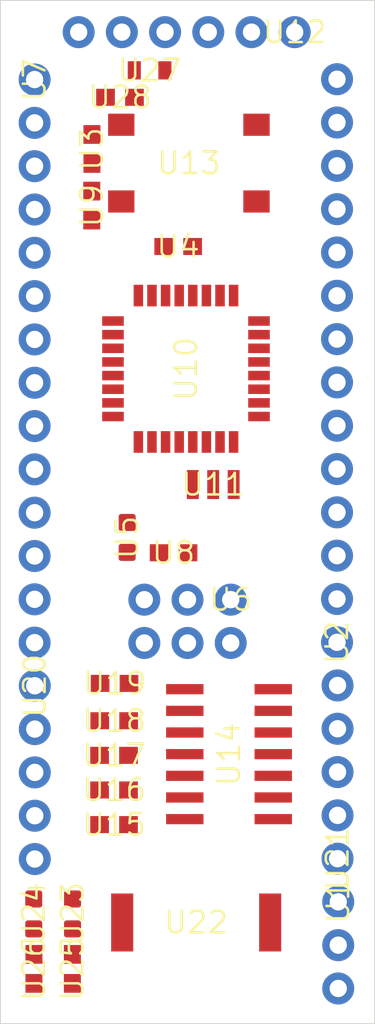
<source format=kicad_pcb>
(kicad_pcb (version 20241229) (generator "pcbnew") (generator_version "9.0")
  (layers (0 "F.Cu" signal "Top") (2 "B.Cu" signal "Bottom") (13 "F.Paste" user) (15 "B.Paste" user) (5 "F.SilkS" user "F.Silkscreen") (7 "B.SilkS" user "B.Silkscreen") (1 "F.Mask" user) (3 "B.Mask" user) (25 "Edge.Cuts" user))
  (net 0 "")
  (net 1 "GND")
  (net 2 "VCC")
  (net 3 "/D2")
  (net 4 "/TXO")
  (net 5 "/RXI")
  (net 6 "/RST")
  (net 7 "/A5")
  (net 8 "/A4")
  (net 9 "/A3")
  (net 10 "/A2")
  (net 11 "/A1")
  (net 12 "/A0")
  (net 13 "/A7")
  (net 14 "Net-(C6-Pad1)")
  (net 15 "/A6")
  (net 16 "/SCK")
  (net 17 "/MISO")
  (net 18 "/MOSI")
  (net 19 "/D10")
  (net 20 "/D9")
  (net 21 "/D8")
  (net 22 "/D7")
  (net 23 "/D6")
  (net 24 "/D5")
  (net 25 "Net-(U3-Pad8)")
  (net 26 "Net-(U3-Pad7)")
  (net 27 "/D4")
  (net 28 "/D3")
  (net 29 "Net-(D1-PadA)")
  (net 30 "/DTR")
  (net 31 "Net-(J1-PadCTS)")
  (net 32 "Net-(F1-Pad1)")
  (net 33 "/OUT1")
  (net 34 "Net-(IC1-Pad10)")
  (net 35 "/OUT2")
  (net 36 "/OUT4")
  (net 37 "Net-(IC1-Pad9)")
  (net 38 "/OUT3")
  (net 39 "Net-(IC1-Pad11)")
  (net 40 "Net-(IC1-Pad12)")
  (net 41 "/GO")
  (net 42 "Net-(IC1-Pad13)")
  (net 43 "Net-(J2-Pad5)")
  (net 44 "Net-(J2-Pad4)")
  (net 45 "Net-(J2-Pad3)")
  (net 46 "Net-(J2-Pad2)")
  (net 47 "Net-(J2-Pad1)")
  (net 48 "Net-(J4-Pad1)")
  (net 49 "Net-(J4-Pad3)")
  (net 50 "Net-(J4-Pad2)")
  (net 51 "Net-(D2-PadA)")
  (net 52 "Net-(D3-PadA)")
  (footprint "piezoMusic:0603" (layer "F.Cu") (at 142.8811 83.7136 -90)
    (property "Reference" "U3" (at 0 0 270) (layer "F.SilkS") (effects (font (size 1.27 1.27))))
    (property "Value" "" (at 0 0 270) (layer "F.SilkS") (effects (font (size 1.27 1.27))))
    (pad "1" smd rect (at -0.85 0 270) (size 1.1 1) (layers "F.Cu" "F.Mask" "F.Paste") (net 30 "/DTR"))
    (pad "2" smd rect (at 0.85 0 270) (size 1.1 1) (layers "F.Cu" "F.Mask" "F.Paste") (net 6 "/RST"))
  )
  (footprint "piezoMusic:0603" (layer "F.Cu") (at 147.9511 89.4336 180)
    (property "Reference" "U4" (at 0 0 180) (layer "F.SilkS") (effects (font (size 1.27 1.27))))
    (property "Value" "" (at 0 0 180) (layer "F.SilkS") (effects (font (size 1.27 1.27))))
    (pad "1" smd rect (at -0.85 0 180) (size 1.1 1) (layers "F.Cu" "F.Mask" "F.Paste") (net 14 "Net-(C6-Pad1)"))
    (pad "2" smd rect (at 0.85 0 180) (size 1.1 1) (layers "F.Cu" "F.Mask" "F.Paste") (net 1 "GND"))
  )
  (footprint "piezoMusic:LED-0603" (layer "F.Cu") (at 144.9511 106.4936 90)
    (property "Reference" "U5" (at 0 0 90) (layer "F.SilkS") (effects (font (size 1.27 1.27))))
    (property "Value" "" (at 0 0 90) (layer "F.SilkS") (effects (font (size 1.27 1.27))))
    (pad "A" smd roundrect (at -0.877 0) (size 1 1) (layers "F.Cu" "F.Mask" "F.Paste") (roundrect_rratio 0.15) (net 29 "Net-(D1-PadA)"))
    (pad "C" smd roundrect (at 0.877 0) (size 1 1) (layers "F.Cu" "F.Mask" "F.Paste") (roundrect_rratio 0.15) (net 1 "GND"))
  )
  (footprint "piezoMusic:1X14" (layer "F.Cu") (at 157.2911 112.6436 90)
    (property "Reference" "U2" (at 0 0 90) (layer "F.SilkS") (effects (font (size 1.27 1.27))))
    (property "Value" "" (at 0 0 90) (layer "F.SilkS") (effects (font (size 1.27 1.27))))
    (pad "1" thru_hole circle (at 0 0 180) (size 1.8796 1.8796) (drill 1.016) (layers "*.Cu" "*.Mask") (net 2 "VCC"))
    (pad "2" thru_hole circle (at 2.54 0 180) (size 1.8796 1.8796) (drill 1.016) (layers "*.Cu" "*.Mask") (net 1 "GND"))
    (pad "3" thru_hole circle (at 5.08 0 180) (size 1.8796 1.8796) (drill 1.016) (layers "*.Cu" "*.Mask") (net 3 "/D2"))
    (pad "4" thru_hole circle (at 7.62 0 180) (size 1.8796 1.8796) (drill 1.016) (layers "*.Cu" "*.Mask") (net 28 "/D3"))
    (pad "5" thru_hole circle (at 10.16 0 180) (size 1.8796 1.8796) (drill 1.016) (layers "*.Cu" "*.Mask") (net 27 "/D4"))
    (pad "6" thru_hole circle (at 12.7 0 180) (size 1.8796 1.8796) (drill 1.016) (layers "*.Cu" "*.Mask") (net 24 "/D5"))
    (pad "7" thru_hole circle (at 15.24 0 180) (size 1.8796 1.8796) (drill 1.016) (layers "*.Cu" "*.Mask") (net 23 "/D6"))
    (pad "8" thru_hole circle (at 17.78 0 180) (size 1.8796 1.8796) (drill 1.016) (layers "*.Cu" "*.Mask") (net 22 "/D7"))
    (pad "9" thru_hole circle (at 20.32 0 180) (size 1.8796 1.8796) (drill 1.016) (layers "*.Cu" "*.Mask") (net 21 "/D8"))
    (pad "10" thru_hole circle (at 22.86 0 180) (size 1.8796 1.8796) (drill 1.016) (layers "*.Cu" "*.Mask") (net 20 "/D9"))
    (pad "11" thru_hole circle (at 25.4 0 180) (size 1.8796 1.8796) (drill 1.016) (layers "*.Cu" "*.Mask") (net 19 "/D10"))
    (pad "12" thru_hole circle (at 27.94 0 180) (size 1.8796 1.8796) (drill 1.016) (layers "*.Cu" "*.Mask") (net 18 "/MOSI"))
    (pad "13" thru_hole circle (at 30.48 0 180) (size 1.8796 1.8796) (drill 1.016) (layers "*.Cu" "*.Mask") (net 17 "/MISO"))
    (pad "14" thru_hole circle (at 33.02 0 180) (size 1.8796 1.8796) (drill 1.016) (layers "*.Cu" "*.Mask") (net 16 "/SCK"))
  )
  (footprint "piezoMusic:2X3" (layer "F.Cu") (at 151.0411 110.1436 180)
    (property "Reference" "U6" (at 0 0 180) (layer "F.SilkS") (effects (font (size 1.27 1.27))))
    (property "Value" "" (at 0 0 180) (layer "F.SilkS") (effects (font (size 1.27 1.27))))
    (pad "1" thru_hole circle (at 0 0 180) (size 1.8796 1.8796) (drill 1.016) (layers "*.Cu" "*.Mask") (net 17 "/MISO"))
    (pad "2" thru_hole circle (at 0 -2.54 180) (size 1.8796 1.8796) (drill 1.016) (layers "*.Cu" "*.Mask") (net 2 "VCC"))
    (pad "3" thru_hole circle (at 2.54 0 180) (size 1.8796 1.8796) (drill 1.016) (layers "*.Cu" "*.Mask") (net 16 "/SCK"))
    (pad "4" thru_hole circle (at 2.54 -2.54 180) (size 1.8796 1.8796) (drill 1.016) (layers "*.Cu" "*.Mask") (net 18 "/MOSI"))
    (pad "5" thru_hole circle (at 5.08 0 180) (size 1.8796 1.8796) (drill 1.016) (layers "*.Cu" "*.Mask") (net 6 "/RST"))
    (pad "6" thru_hole circle (at 5.08 -2.54 180) (size 1.8796 1.8796) (drill 1.016) (layers "*.Cu" "*.Mask") (net 1 "GND"))
  )
  (footprint "piezoMusic:1X14" (layer "F.Cu") (at 139.5111 79.6436 -90)
    (property "Reference" "U7" (at 0 0 270) (layer "F.SilkS") (effects (font (size 1.27 1.27))))
    (property "Value" "" (at 0 0 270) (layer "F.SilkS") (effects (font (size 1.27 1.27))))
    (pad "1" thru_hole circle (at 0 0) (size 1.8796 1.8796) (drill 1.016) (layers "*.Cu" "*.Mask") (net 2 "VCC"))
    (pad "2" thru_hole circle (at 2.54 0) (size 1.8796 1.8796) (drill 1.016) (layers "*.Cu" "*.Mask") (net 2 "VCC"))
    (pad "3" thru_hole circle (at 5.08 0) (size 1.8796 1.8796) (drill 1.016) (layers "*.Cu" "*.Mask") (net 2 "VCC"))
    (pad "4" thru_hole circle (at 7.62 0) (size 1.8796 1.8796) (drill 1.016) (layers "*.Cu" "*.Mask") (net 1 "GND"))
    (pad "5" thru_hole circle (at 10.16 0) (size 1.8796 1.8796) (drill 1.016) (layers "*.Cu" "*.Mask") (net 5 "/RXI"))
    (pad "6" thru_hole circle (at 12.7 0) (size 1.8796 1.8796) (drill 1.016) (layers "*.Cu" "*.Mask") (net 4 "/TXO"))
    (pad "7" thru_hole circle (at 15.24 0) (size 1.8796 1.8796) (drill 1.016) (layers "*.Cu" "*.Mask") (net 12 "/A0"))
    (pad "8" thru_hole circle (at 17.78 0) (size 1.8796 1.8796) (drill 1.016) (layers "*.Cu" "*.Mask") (net 11 "/A1"))
    (pad "9" thru_hole circle (at 20.32 0) (size 1.8796 1.8796) (drill 1.016) (layers "*.Cu" "*.Mask") (net 10 "/A2"))
    (pad "10" thru_hole circle (at 22.86 0) (size 1.8796 1.8796) (drill 1.016) (layers "*.Cu" "*.Mask") (net 9 "/A3"))
    (pad "11" thru_hole circle (at 25.4 0) (size 1.8796 1.8796) (drill 1.016) (layers "*.Cu" "*.Mask") (net 8 "/A4"))
    (pad "12" thru_hole circle (at 27.94 0) (size 1.8796 1.8796) (drill 1.016) (layers "*.Cu" "*.Mask") (net 7 "/A5"))
    (pad "13" thru_hole circle (at 30.48 0) (size 1.8796 1.8796) (drill 1.016) (layers "*.Cu" "*.Mask") (net 15 "/A6"))
    (pad "14" thru_hole circle (at 33.02 0) (size 1.8796 1.8796) (drill 1.016) (layers "*.Cu" "*.Mask") (net 13 "/A7"))
  )
  (footprint "piezoMusic:0603" (layer "F.Cu") (at 147.6811 107.3936 180)
    (property "Reference" "U8" (at 0 0 180) (layer "F.SilkS") (effects (font (size 1.27 1.27))))
    (property "Value" "" (at 0 0 180) (layer "F.SilkS") (effects (font (size 1.27 1.27))))
    (pad "1" smd rect (at -0.85 0 180) (size 1.1 1) (layers "F.Cu" "F.Mask" "F.Paste") (net 16 "/SCK"))
    (pad "2" smd rect (at 0.85 0 180) (size 1.1 1) (layers "F.Cu" "F.Mask" "F.Paste") (net 29 "Net-(D1-PadA)"))
  )
  (footprint "piezoMusic:0603" (layer "F.Cu") (at 142.8711 87.0336 -90)
    (property "Reference" "U9" (at 0 0 270) (layer "F.SilkS") (effects (font (size 1.27 1.27))))
    (property "Value" "" (at 0 0 270) (layer "F.SilkS") (effects (font (size 1.27 1.27))))
    (pad "1" smd rect (at -0.85 0 270) (size 1.1 1) (layers "F.Cu" "F.Mask" "F.Paste") (net 6 "/RST"))
    (pad "2" smd rect (at 0.85 0 270) (size 1.1 1) (layers "F.Cu" "F.Mask" "F.Paste") (net 2 "VCC"))
  )
  (footprint "piezoMusic:TQFP32-08" (layer "F.Cu") (at 148.4111 96.6036 90)
    (property "Reference" "U10" (at 0 0 90) (layer "F.SilkS") (effects (font (size 1.27 1.27))))
    (property "Value" "" (at 0 0 90) (layer "F.SilkS") (effects (font (size 1.27 1.27))))
    (pad "1" smd rect (at -4.2926 -2.8 90) (size 1.27 0.5588) (layers "F.Cu" "F.Mask" "F.Paste") (net 28 "/D3"))
    (pad "2" smd rect (at -4.2926 -2 90) (size 1.27 0.5588) (layers "F.Cu" "F.Mask" "F.Paste") (net 27 "/D4"))
    (pad "3" smd rect (at -4.2926 -1.2 90) (size 1.27 0.5588) (layers "F.Cu" "F.Mask" "F.Paste") (net 1 "GND"))
    (pad "4" smd rect (at -4.2926 -0.4 90) (size 1.27 0.5588) (layers "F.Cu" "F.Mask" "F.Paste") (net 2 "VCC"))
    (pad "5" smd rect (at -4.2926 0.4 90) (size 1.27 0.5588) (layers "F.Cu" "F.Mask" "F.Paste") (net 1 "GND"))
    (pad "6" smd rect (at -4.2926 1.2 90) (size 1.27 0.5588) (layers "F.Cu" "F.Mask" "F.Paste") (net 2 "VCC"))
    (pad "7" smd rect (at -4.2926 2 90) (size 1.27 0.5588) (layers "F.Cu" "F.Mask" "F.Paste") (net 26 "Net-(U3-Pad7)"))
    (pad "8" smd rect (at -4.2926 2.8 90) (size 1.27 0.5588) (layers "F.Cu" "F.Mask" "F.Paste") (net 25 "Net-(U3-Pad8)"))
    (pad "9" smd rect (at -2.8 4.2926 90) (size 0.5588 1.27) (layers "F.Cu" "F.Mask" "F.Paste") (net 24 "/D5"))
    (pad "10" smd rect (at -2 4.2926 90) (size 0.5588 1.27) (layers "F.Cu" "F.Mask" "F.Paste") (net 23 "/D6"))
    (pad "11" smd rect (at -1.2 4.2926 90) (size 0.5588 1.27) (layers "F.Cu" "F.Mask" "F.Paste") (net 22 "/D7"))
    (pad "12" smd rect (at -0.4 4.2926 90) (size 0.5588 1.27) (layers "F.Cu" "F.Mask" "F.Paste") (net 21 "/D8"))
    (pad "13" smd rect (at 0.4 4.2926 90) (size 0.5588 1.27) (layers "F.Cu" "F.Mask" "F.Paste") (net 20 "/D9"))
    (pad "14" smd rect (at 1.2 4.2926 90) (size 0.5588 1.27) (layers "F.Cu" "F.Mask" "F.Paste") (net 19 "/D10"))
    (pad "15" smd rect (at 2 4.2926 90) (size 0.5588 1.27) (layers "F.Cu" "F.Mask" "F.Paste") (net 18 "/MOSI"))
    (pad "16" smd rect (at 2.8 4.2926 90) (size 0.5588 1.27) (layers "F.Cu" "F.Mask" "F.Paste") (net 17 "/MISO"))
    (pad "17" smd rect (at 4.2926 2.8 90) (size 1.27 0.5588) (layers "F.Cu" "F.Mask" "F.Paste") (net 16 "/SCK"))
    (pad "18" smd rect (at 4.2926 2 90) (size 1.27 0.5588) (layers "F.Cu" "F.Mask" "F.Paste") (net 2 "VCC"))
    (pad "19" smd rect (at 4.2926 1.2 90) (size 1.27 0.5588) (layers "F.Cu" "F.Mask" "F.Paste") (net 15 "/A6"))
    (pad "20" smd rect (at 4.2926 0.4 90) (size 1.27 0.5588) (layers "F.Cu" "F.Mask" "F.Paste") (net 14 "Net-(C6-Pad1)"))
    (pad "21" smd rect (at 4.2926 -0.4 90) (size 1.27 0.5588) (layers "F.Cu" "F.Mask" "F.Paste") (net 1 "GND"))
    (pad "22" smd rect (at 4.2926 -1.2 90) (size 1.27 0.5588) (layers "F.Cu" "F.Mask" "F.Paste") (net 13 "/A7"))
    (pad "23" smd rect (at 4.2926 -2 90) (size 1.27 0.5588) (layers "F.Cu" "F.Mask" "F.Paste") (net 12 "/A0"))
    (pad "24" smd rect (at 4.2926 -2.8 90) (size 1.27 0.5588) (layers "F.Cu" "F.Mask" "F.Paste") (net 11 "/A1"))
    (pad "25" smd rect (at 2.8 -4.2926 90) (size 0.5588 1.27) (layers "F.Cu" "F.Mask" "F.Paste") (net 10 "/A2"))
    (pad "26" smd rect (at 2 -4.2926 90) (size 0.5588 1.27) (layers "F.Cu" "F.Mask" "F.Paste") (net 9 "/A3"))
    (pad "27" smd rect (at 1.2 -4.2926 90) (size 0.5588 1.27) (layers "F.Cu" "F.Mask" "F.Paste") (net 8 "/A4"))
    (pad "28" smd rect (at 0.4 -4.2926 90) (size 0.5588 1.27) (layers "F.Cu" "F.Mask" "F.Paste") (net 7 "/A5"))
    (pad "29" smd rect (at -0.4 -4.2926 90) (size 0.5588 1.27) (layers "F.Cu" "F.Mask" "F.Paste") (net 6 "/RST"))
    (pad "30" smd rect (at -1.2 -4.2926 90) (size 0.5588 1.27) (layers "F.Cu" "F.Mask" "F.Paste") (net 5 "/RXI"))
    (pad "31" smd rect (at -2 -4.2926 90) (size 0.5588 1.27) (layers "F.Cu" "F.Mask" "F.Paste") (net 4 "/TXO"))
    (pad "32" smd rect (at -2.8 -4.2926 90) (size 0.5588 1.27) (layers "F.Cu" "F.Mask" "F.Paste") (net 3 "/D2"))
  )
  (footprint "piezoMusic:RESONATOR-SMD" (layer "F.Cu") (at 150.0111 103.3936 180)
    (property "Reference" "U11" (at 0 0 180) (layer "F.SilkS") (effects (font (size 1.27 1.27))))
    (property "Value" "" (at 0 0 180) (layer "F.SilkS") (effects (font (size 1.27 1.27))))
    (pad "1" smd rect (at -1.2 0 180) (size 0.7 1.7) (layers "F.Cu" "F.Mask" "F.Paste") (net 25 "Net-(U3-Pad8)"))
    (pad "2" smd rect (at 0 0 180) (size 0.7 1.7) (layers "F.Cu" "F.Mask" "F.Paste") (net 1 "GND"))
    (pad "3" smd rect (at 1.2 0 180) (size 0.7 1.7) (layers "F.Cu" "F.Mask" "F.Paste") (net 26 "Net-(U3-Pad7)"))
  )
  (footprint "piezoMusic:FTDI_BASIC" (layer "F.Cu") (at 154.8011 76.8636 180)
    (property "Reference" "U12" (at 0 0 180) (layer "F.SilkS") (effects (font (size 1.27 1.27))))
    (property "Value" "" (at 0 0 180) (layer "F.SilkS") (effects (font (size 1.27 1.27))))
    (pad "CTS" thru_hole circle (at 10.16 0 270) (size 1.8796 1.8796) (drill 1.016) (layers "*.Cu" "*.Mask") (net 31 "Net-(J1-PadCTS)"))
    (pad "DTR" thru_hole circle (at 0 0 270) (size 1.8796 1.8796) (drill 1.016) (layers "*.Cu" "*.Mask") (net 30 "/DTR"))
    (pad "GND" thru_hole circle (at 12.7 0 270) (size 1.8796 1.8796) (drill 1.016) (layers "*.Cu" "*.Mask") (net 1 "GND"))
    (pad "RXI" thru_hole circle (at 2.54 0 270) (size 1.8796 1.8796) (drill 1.016) (layers "*.Cu" "*.Mask") (net 4 "/TXO"))
    (pad "TXO" thru_hole circle (at 5.08 0 270) (size 1.8796 1.8796) (drill 1.016) (layers "*.Cu" "*.Mask") (net 5 "/RXI"))
    (pad "VCC" thru_hole circle (at 7.62 0 270) (size 1.8796 1.8796) (drill 1.016) (layers "*.Cu" "*.Mask") (net 32 "Net-(F1-Pad1)"))
  )
  (footprint "piezoMusic:TACTILE_SWITCH_SMD_6.2MM_TALL" (layer "F.Cu") (at 148.5811 84.5436 180)
    (property "Reference" "U13" (at 0 0 180) (layer "F.SilkS") (effects (font (size 1.27 1.27))))
    (property "Value" "" (at 0 0 180) (layer "F.SilkS") (effects (font (size 1.27 1.27))))
    (pad "A1" smd rect (at -3.975 2.25 270) (size 1.3 1.55) (layers "F.Cu" "F.Mask" "F.Paste"))
    (pad "A2" smd rect (at 3.975 2.25 270) (size 1.3 1.55) (layers "F.Cu" "F.Mask" "F.Paste") (net 1 "GND"))
    (pad "B1" smd rect (at -3.975 -2.25 270) (size 1.3 1.55) (layers "F.Cu" "F.Mask" "F.Paste"))
    (pad "B2" smd rect (at 3.975 -2.25 270) (size 1.3 1.55) (layers "F.Cu" "F.Mask" "F.Paste") (net 6 "/RST"))
  )
  (footprint "piezoMusic:SO14" (layer "F.Cu") (at 150.9411 119.2036 90)
    (property "Reference" "U14" (at 0 0 90) (layer "F.SilkS") (effects (font (size 1.27 1.27))))
    (property "Value" "" (at 0 0 90) (layer "F.SilkS") (effects (font (size 1.27 1.27))))
    (pad "1" smd rect (at -3.81 2.6 90) (size 0.6 2.2) (layers "F.Cu" "F.Mask" "F.Paste") (net 2 "VCC"))
    (pad "2" smd rect (at -2.54 2.6 90) (size 0.6 2.2) (layers "F.Cu" "F.Mask" "F.Paste") (net 2 "VCC"))
    (pad "3" smd rect (at -1.27 2.6 90) (size 0.6 2.2) (layers "F.Cu" "F.Mask" "F.Paste") (net 41 "/GO"))
    (pad "4" smd rect (at 0 2.6 90) (size 0.6 2.2) (layers "F.Cu" "F.Mask" "F.Paste") (net 2 "VCC"))
    (pad "5" smd rect (at 1.27 2.6 90) (size 0.6 2.2) (layers "F.Cu" "F.Mask" "F.Paste") (net 36 "/OUT4"))
    (pad "6" smd rect (at 2.54 2.6 90) (size 0.6 2.2) (layers "F.Cu" "F.Mask" "F.Paste") (net 38 "/OUT3"))
    (pad "7" smd rect (at 3.81 2.6 90) (size 0.6 2.2) (layers "F.Cu" "F.Mask" "F.Paste") (net 35 "/OUT2"))
    (pad "8" smd rect (at 3.81 -2.6 90) (size 0.6 2.2) (layers "F.Cu" "F.Mask" "F.Paste") (net 33 "/OUT1"))
    (pad "9" smd rect (at 2.54 -2.6 90) (size 0.6 2.2) (layers "F.Cu" "F.Mask" "F.Paste") (net 37 "Net-(IC1-Pad9)"))
    (pad "10" smd rect (at 1.27 -2.6 90) (size 0.6 2.2) (layers "F.Cu" "F.Mask" "F.Paste") (net 34 "Net-(IC1-Pad10)"))
    (pad "11" smd rect (at 0 -2.6 90) (size 0.6 2.2) (layers "F.Cu" "F.Mask" "F.Paste") (net 39 "Net-(IC1-Pad11)"))
    (pad "12" smd rect (at -1.27 -2.6 90) (size 0.6 2.2) (layers "F.Cu" "F.Mask" "F.Paste") (net 40 "Net-(IC1-Pad12)"))
    (pad "13" smd rect (at -2.54 -2.6 90) (size 0.6 2.2) (layers "F.Cu" "F.Mask" "F.Paste") (net 42 "Net-(IC1-Pad13)"))
    (pad "14" smd rect (at -3.81 -2.6 90) (size 0.6 2.2) (layers "F.Cu" "F.Mask" "F.Paste") (net 1 "GND"))
  )
  (footprint "piezoMusic:0603" (layer "F.Cu") (at 144.1811 123.3336)
    (property "Reference" "U15" (at 0 0 0) (layer "F.SilkS") (effects (font (size 1.27 1.27))))
    (property "Value" "" (at 0 0 0) (layer "F.SilkS") (effects (font (size 1.27 1.27))))
    (pad "1" smd rect (at -0.85 0) (size 1.1 1) (layers "F.Cu" "F.Mask" "F.Paste") (net 43 "Net-(J2-Pad5)"))
    (pad "2" smd rect (at 0.85 0) (size 1.1 1) (layers "F.Cu" "F.Mask" "F.Paste") (net 42 "Net-(IC1-Pad13)"))
  )
  (footprint "piezoMusic:0603" (layer "F.Cu") (at 144.1811 121.3036)
    (property "Reference" "U16" (at 0 0 0) (layer "F.SilkS") (effects (font (size 1.27 1.27))))
    (property "Value" "" (at 0 0 0) (layer "F.SilkS") (effects (font (size 1.27 1.27))))
    (pad "1" smd rect (at -0.85 0) (size 1.1 1) (layers "F.Cu" "F.Mask" "F.Paste") (net 44 "Net-(J2-Pad4)"))
    (pad "2" smd rect (at 0.85 0) (size 1.1 1) (layers "F.Cu" "F.Mask" "F.Paste") (net 40 "Net-(IC1-Pad12)"))
  )
  (footprint "piezoMusic:0603" (layer "F.Cu") (at 144.1811 119.2736)
    (property "Reference" "U17" (at 0 0 0) (layer "F.SilkS") (effects (font (size 1.27 1.27))))
    (property "Value" "" (at 0 0 0) (layer "F.SilkS") (effects (font (size 1.27 1.27))))
    (pad "1" smd rect (at -0.85 0) (size 1.1 1) (layers "F.Cu" "F.Mask" "F.Paste") (net 45 "Net-(J2-Pad3)"))
    (pad "2" smd rect (at 0.85 0) (size 1.1 1) (layers "F.Cu" "F.Mask" "F.Paste") (net 39 "Net-(IC1-Pad11)"))
  )
  (footprint "piezoMusic:0603" (layer "F.Cu") (at 144.1911 117.2436)
    (property "Reference" "U18" (at 0 0 0) (layer "F.SilkS") (effects (font (size 1.27 1.27))))
    (property "Value" "" (at 0 0 0) (layer "F.SilkS") (effects (font (size 1.27 1.27))))
    (pad "1" smd rect (at -0.85 0) (size 1.1 1) (layers "F.Cu" "F.Mask" "F.Paste") (net 46 "Net-(J2-Pad2)"))
    (pad "2" smd rect (at 0.85 0) (size 1.1 1) (layers "F.Cu" "F.Mask" "F.Paste") (net 34 "Net-(IC1-Pad10)"))
  )
  (footprint "piezoMusic:0603" (layer "F.Cu") (at 144.2111 115.0536)
    (property "Reference" "U19" (at 0 0 0) (layer "F.SilkS") (effects (font (size 1.27 1.27))))
    (property "Value" "" (at 0 0 0) (layer "F.SilkS") (effects (font (size 1.27 1.27))))
    (pad "1" smd rect (at -0.85 0) (size 1.1 1) (layers "F.Cu" "F.Mask" "F.Paste") (net 47 "Net-(J2-Pad1)"))
    (pad "2" smd rect (at 0.85 0) (size 1.1 1) (layers "F.Cu" "F.Mask" "F.Paste") (net 37 "Net-(IC1-Pad9)"))
  )
  (footprint "piezoMusic:1X05" (layer "F.Cu") (at 139.5211 115.1936 -90)
    (property "Reference" "U20" (at 0 0 270) (layer "F.SilkS") (effects (font (size 1.27 1.27))))
    (property "Value" "" (at 0 0 270) (layer "F.SilkS") (effects (font (size 1.27 1.27))))
    (pad "1" thru_hole circle (at 0 0) (size 1.8796 1.8796) (drill 1.016) (layers "*.Cu" "*.Mask") (net 47 "Net-(J2-Pad1)"))
    (pad "2" thru_hole circle (at 2.54 0) (size 1.8796 1.8796) (drill 1.016) (layers "*.Cu" "*.Mask") (net 46 "Net-(J2-Pad2)"))
    (pad "3" thru_hole circle (at 5.08 0) (size 1.8796 1.8796) (drill 1.016) (layers "*.Cu" "*.Mask") (net 45 "Net-(J2-Pad3)"))
    (pad "4" thru_hole circle (at 7.62 0) (size 1.8796 1.8796) (drill 1.016) (layers "*.Cu" "*.Mask") (net 44 "Net-(J2-Pad4)"))
    (pad "5" thru_hole circle (at 10.16 0) (size 1.8796 1.8796) (drill 1.016) (layers "*.Cu" "*.Mask") (net 43 "Net-(J2-Pad5)"))
  )
  (footprint "piezoMusic:1X05" (layer "F.Cu") (at 157.3211 125.3336 90)
    (property "Reference" "U21" (at 0 0 90) (layer "F.SilkS") (effects (font (size 1.27 1.27))))
    (property "Value" "" (at 0 0 90) (layer "F.SilkS") (effects (font (size 1.27 1.27))))
    (pad "1" thru_hole circle (at 0 0 180) (size 1.8796 1.8796) (drill 1.016) (layers "*.Cu" "*.Mask") (net 41 "/GO"))
    (pad "2" thru_hole circle (at 2.54 0 180) (size 1.8796 1.8796) (drill 1.016) (layers "*.Cu" "*.Mask") (net 33 "/OUT1"))
    (pad "3" thru_hole circle (at 5.08 0 180) (size 1.8796 1.8796) (drill 1.016) (layers "*.Cu" "*.Mask") (net 35 "/OUT2"))
    (pad "4" thru_hole circle (at 7.62 0 180) (size 1.8796 1.8796) (drill 1.016) (layers "*.Cu" "*.Mask") (net 38 "/OUT3"))
    (pad "5" thru_hole circle (at 10.16 0 180) (size 1.8796 1.8796) (drill 1.016) (layers "*.Cu" "*.Mask") (net 36 "/OUT4"))
  )
  (footprint "piezoMusic:PKMCS" (layer "F.Cu") (at 149.0111 129.0736)
    (property "Reference" "U22" (at 0 0 0) (layer "F.SilkS") (effects (font (size 1.27 1.27))))
    (property "Value" "" (at 0 0 0) (layer "F.SilkS") (effects (font (size 1.27 1.27))))
    (pad "1" smd rect (at -4.35 0 90) (size 3.4 1.3) (layers "F.Cu" "F.Mask" "F.Paste") (net 1 "GND"))
    (pad "2" smd rect (at 4.35 0 90) (size 3.4 1.3) (layers "F.Cu" "F.Mask" "F.Paste") (net 48 "Net-(J4-Pad1)"))
  )
  (footprint "piezoMusic:1X03" (layer "F.Cu") (at 157.3611 127.8636 -90)
    (property "Reference" "U1" (at 0 0 270) (layer "F.SilkS") (effects (font (size 1.27 1.27))))
    (property "Value" "" (at 0 0 270) (layer "F.SilkS") (effects (font (size 1.27 1.27))))
    (pad "1" thru_hole circle (at 0 0) (size 1.8796 1.8796) (drill 1.016) (layers "*.Cu" "*.Mask") (net 48 "Net-(J4-Pad1)"))
    (pad "2" thru_hole circle (at 2.54 0) (size 1.8796 1.8796) (drill 1.016) (layers "*.Cu" "*.Mask") (net 50 "Net-(J4-Pad2)"))
    (pad "3" thru_hole circle (at 5.08 0) (size 1.8796 1.8796) (drill 1.016) (layers "*.Cu" "*.Mask") (net 49 "Net-(J4-Pad3)"))
  )
  (footprint "piezoMusic:LED-0603" (layer "F.Cu") (at 141.7411 128.5736 90)
    (property "Reference" "U23" (at 0 0 90) (layer "F.SilkS") (effects (font (size 1.27 1.27))))
    (property "Value" "" (at 0 0 90) (layer "F.SilkS") (effects (font (size 1.27 1.27))))
    (pad "A" smd roundrect (at -0.877 0) (size 1 1) (layers "F.Cu" "F.Mask" "F.Paste") (roundrect_rratio 0.15) (net 51 "Net-(D2-PadA)"))
    (pad "C" smd roundrect (at 0.877 0) (size 1 1) (layers "F.Cu" "F.Mask" "F.Paste") (roundrect_rratio 0.15) (net 1 "GND"))
  )
  (footprint "piezoMusic:LED-0603" (layer "F.Cu") (at 139.4611 128.5736 90)
    (property "Reference" "U24" (at 0 0 90) (layer "F.SilkS") (effects (font (size 1.27 1.27))))
    (property "Value" "" (at 0 0 90) (layer "F.SilkS") (effects (font (size 1.27 1.27))))
    (pad "A" smd roundrect (at -0.877 0) (size 1 1) (layers "F.Cu" "F.Mask" "F.Paste") (roundrect_rratio 0.15) (net 52 "Net-(D3-PadA)"))
    (pad "C" smd roundrect (at 0.877 0) (size 1 1) (layers "F.Cu" "F.Mask" "F.Paste") (roundrect_rratio 0.15) (net 1 "GND"))
  )
  (footprint "piezoMusic:0603" (layer "F.Cu") (at 141.7311 131.7936 -90)
    (property "Reference" "U25" (at 0 0 270) (layer "F.SilkS") (effects (font (size 1.27 1.27))))
    (property "Value" "" (at 0 0 270) (layer "F.SilkS") (effects (font (size 1.27 1.27))))
    (pad "1" smd rect (at -0.85 0 270) (size 1.1 1) (layers "F.Cu" "F.Mask" "F.Paste") (net 51 "Net-(D2-PadA)"))
    (pad "2" smd rect (at 0.85 0 270) (size 1.1 1) (layers "F.Cu" "F.Mask" "F.Paste") (net 50 "Net-(J4-Pad2)"))
  )
  (footprint "piezoMusic:0603" (layer "F.Cu") (at 139.4711 131.7936 -90)
    (property "Reference" "U26" (at 0 0 270) (layer "F.SilkS") (effects (font (size 1.27 1.27))))
    (property "Value" "" (at 0 0 270) (layer "F.SilkS") (effects (font (size 1.27 1.27))))
    (pad "1" smd rect (at -0.85 0 270) (size 1.1 1) (layers "F.Cu" "F.Mask" "F.Paste") (net 52 "Net-(D3-PadA)"))
    (pad "2" smd rect (at 0.85 0 270) (size 1.1 1) (layers "F.Cu" "F.Mask" "F.Paste") (net 49 "Net-(J4-Pad3)"))
  )
  (footprint "piezoMusic:FUSC1608X100N" (layer "F.Cu") (at 146.2711 79.1036 180)
    (property "Reference" "U27" (at 0 0 180) (layer "F.SilkS") (effects (font (size 1.27 1.27))))
    (property "Value" "" (at 0 0 180) (layer "F.SilkS") (effects (font (size 1.27 1.27))))
    (pad "1" smd rect (at -0.9 0 270) (size 1.07 0.77) (layers "F.Cu" "F.Mask" "F.Paste") (net 32 "Net-(F1-Pad1)"))
    (pad "2" smd rect (at 0.9 0 270) (size 1.07 0.77) (layers "F.Cu" "F.Mask" "F.Paste") (net 2 "VCC"))
  )
  (footprint "piezoMusic:0603" (layer "F.Cu") (at 144.5311 80.6836 180)
    (property "Reference" "U28" (at 0 0 180) (layer "F.SilkS") (effects (font (size 1.27 1.27))))
    (property "Value" "" (at 0 0 180) (layer "F.SilkS") (effects (font (size 1.27 1.27))))
    (pad "1" smd rect (at -0.85 0 180) (size 1.1 1) (layers "F.Cu" "F.Mask" "F.Paste") (net 2 "VCC"))
    (pad "2" smd rect (at 0.85 0 180) (size 1.1 1) (layers "F.Cu" "F.Mask" "F.Paste") (net 1 "GND"))
  )
  (gr_line (start 137.5011 75.0036) (end 137.5011 135.0036) (stroke (width 0.05)) (layer "Edge.Cuts"))
  (gr_line (start 159.5011 135.0036) (end 159.5011 75.0036) (stroke (width 0.05)) (layer "Edge.Cuts"))
  (gr_line (start 137.5011 135.0036) (end 159.5011 135.0036) (stroke (width 0.05)) (layer "Edge.Cuts"))
  (gr_line (start 159.5011 75.0036) (end 137.5011 75.0036) (stroke (width 0.05)) (layer "Edge.Cuts"))
)
</source>
